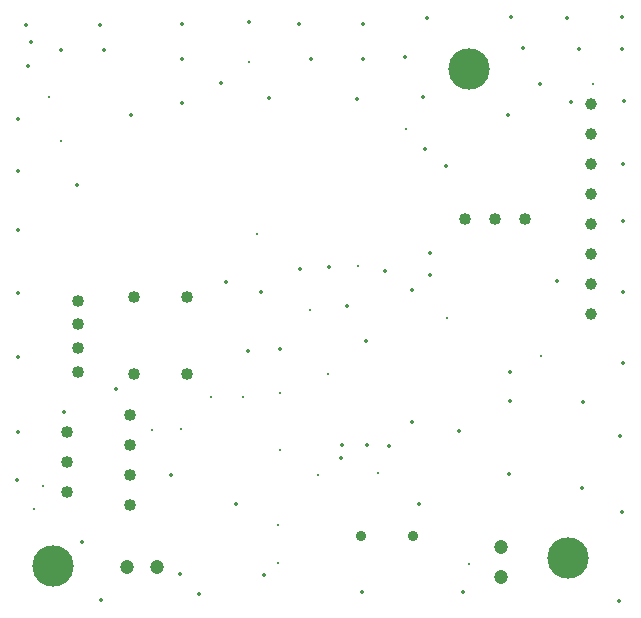
<source format=gbr>
G04 DesignSpark PCB Gerber Version 11.0 Build 5877*
%FSLAX33Y33*%
%MOIN*%
%ADD150C,0.01181*%
%ADD151C,0.01378*%
%ADD155C,0.03543*%
%ADD156C,0.03937*%
%ADD153C,0.04000*%
%ADD154C,0.04724*%
%ADD152C,0.13780*%
X0Y0D02*
D02*
D150*
X377Y411D03*
X405Y486D03*
X427Y1784D03*
X466Y1637D03*
X770Y673D03*
X865Y677D03*
X966Y783D03*
X1073Y784D03*
X1094Y1902D03*
X1119Y1327D03*
X1189Y230D03*
X1191Y356D03*
X1198Y607D03*
Y797D03*
X1297Y1073D03*
X1323Y525D03*
X1358Y859D03*
X1458Y1221D03*
X1523Y530D03*
X1616Y1677D03*
X1753Y1048D03*
X1828Y227D03*
X2065Y922D03*
X2239Y1826D03*
D02*
D151*
X321Y508D03*
X324Y668D03*
Y917D03*
Y1132D03*
Y1342D03*
Y1536D03*
Y1709D03*
X350Y2024D03*
X358Y1886D03*
X366Y1967D03*
X468Y1941D03*
X477Y733D03*
X519Y1489D03*
X535Y299D03*
X598Y2024D03*
X600Y107D03*
X610Y1941D03*
X651Y812D03*
X700Y1724D03*
X833Y524D03*
X862Y194D03*
X869Y1764D03*
X870Y1909D03*
Y2028D03*
X927Y128D03*
X999Y1831D03*
X1018Y1166D03*
X1049Y427D03*
X1090Y938D03*
X1094Y2035D03*
X1133Y1134D03*
X1144Y189D03*
X1161Y1781D03*
X1196Y945D03*
X1259Y2028D03*
X1263Y1209D03*
X1299Y1909D03*
X1360Y1216D03*
Y1217D03*
X1400Y582D03*
X1402Y623D03*
X1419Y1088D03*
X1454Y1777D03*
X1469Y135D03*
X1472Y1909D03*
Y2028D03*
X1484Y969D03*
X1485Y623D03*
X1546Y1205D03*
X1560Y622D03*
X1613Y1918D03*
X1636Y1139D03*
X1637Y699D03*
X1659Y428D03*
X1674Y1785D03*
X1680Y1612D03*
X1688Y2048D03*
X1696Y1192D03*
Y1264D03*
X1749Y1554D03*
X1794Y671D03*
X1806Y135D03*
X1957Y1724D03*
X1961Y527D03*
X1962Y771D03*
Y867D03*
X1966Y2050D03*
X2005Y1948D03*
X2062Y1827D03*
X2119Y1171D03*
X2152Y2048D03*
X2167Y1767D03*
X2194Y1944D03*
X2203Y482D03*
X2207Y767D03*
X2328Y103D03*
X2330Y653D03*
X2336Y2051D03*
X2337Y400D03*
X2338Y1944D03*
X2339Y897D03*
Y1133D03*
X2340Y1370D03*
X2341Y1562D03*
X2342Y1772D03*
D02*
D152*
X441Y220D03*
X1826Y1876D03*
X2156Y248D03*
D02*
D153*
X487Y468D03*
Y568D03*
Y668D03*
X522Y868D03*
Y947D03*
Y1026D03*
Y1105D03*
X698Y424D03*
Y524D03*
Y624D03*
Y724D03*
X710Y862D03*
Y1118D03*
X888Y862D03*
Y1118D03*
X1813Y1376D03*
X1913D03*
X2013D03*
D02*
D154*
X687Y216D03*
X787D03*
X1933Y184D03*
Y284D03*
D02*
D155*
X1467Y322D03*
X1640D03*
D02*
D156*
X2233Y1062D03*
Y1162D03*
Y1262D03*
Y1362D03*
Y1462D03*
Y1562D03*
Y1662D03*
Y1762D03*
X0Y0D02*
M02*

</source>
